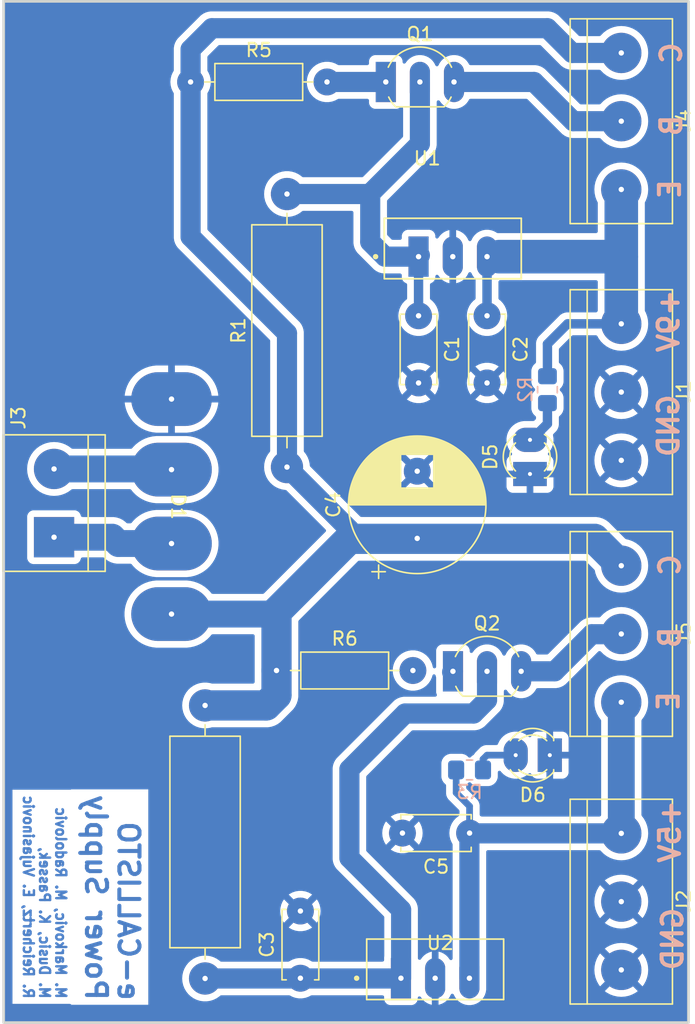
<source format=kicad_pcb>
(kicad_pcb (version 20240108) (generator "pcbnew") (generator_version "8.0")
  (layers (0 "F.Cu" signal) (31 "B.Cu" signal) (34 "B.Paste" user) (35 "F.Paste" user) (36 "B.SilkS" user "B.Silkscreen") (37 "F.SilkS" user "F.Silkscreen") (38 "B.Mask" user) (39 "F.Mask" user) (44 "Edge.Cuts" user))
  (net 0 "")
  (net 1 "GND")
  (net 2 "Net-(J1-Pin_1)")
  (net 3 "Net-(J2-Pin_1)")
  (net 4 "Net-(D5-A)")
  (net 5 "Net-(D6-A)")
  (net 6 "Net-(Q1-B)")
  (net 7 "Net-(Q2-B)")
  (net 8 "Net-(D1-+)")
  (net 9 "Net-(J3-Pin_2)")
  (net 10 "Net-(J3-Pin_1)")
  (net 11 "Net-(Q1-E)")
  (net 12 "Net-(Q2-E)")
  (net 13 "Net-(J4-Pin_2)")
  (net 14 "Net-(J5-Pin_2)")
  (footprint "Capacitor_THT:C_Disc_D5.0mm_W2.5mm_P5.00mm" (layer "F.Cu") (at 202.9 63.4 -90)
    (property "Reference" "C1" (at 2.5 -2.5 90) (layer "F.SilkS"))
    (property "Value" "470u")
    (fp_line (start -0.12 1.37) (end 5.12 1.37) (stroke (width 0.12)) (layer "F.SilkS"))
    (fp_line (start -0.12 1.055) (end -0.12 1.37) (stroke (width 0.12)) (layer "F.SilkS"))
    (fp_line (start 5.12 1.055) (end 5.12 1.37) (stroke (width 0.12)) (layer "F.SilkS"))
    (fp_line (start -0.12 -1.37) (end -0.12 -1.055) (stroke (width 0.12)) (layer "F.SilkS"))
    (fp_line (start -0.12 -1.37) (end 5.12 -1.37) (stroke (width 0.12)) (layer "F.SilkS"))
    (fp_line (start 5.12 -1.37) (end 5.12 -1.055) (stroke (width 0.12)) (layer "F.SilkS"))
    (pad "1" thru_hole circle (at 0 0 270) (size 2 2) (drill 0.4) (layers "*.Cu" "*.Mask") (net 6 "Net-(Q1-B)"))
    (pad "2" thru_hole circle (at 5 0 270) (size 2 2) (drill 0.4) (layers "*.Cu" "*.Mask") (net 1 "GND"))
  )
  (footprint "Capacitor_THT:C_Disc_D5.0mm_W2.5mm_P5.00mm" (layer "F.Cu") (at 194.1 112.7 90)
    (property "Reference" "C3" (at 2.5 -2.5 90) (layer "F.SilkS"))
    (property "Value" "470u")
    (fp_line (start 5.12 -1.37) (end 5.12 -1.055) (stroke (width 0.12)) (layer "F.SilkS"))
    (fp_line (start -0.12 -1.37) (end 5.12 -1.37) (stroke (width 0.12)) (layer "F.SilkS"))
    (fp_line (start -0.12 -1.37) (end -0.12 -1.055) (stroke (width 0.12)) (layer "F.SilkS"))
    (fp_line (start 5.12 1.055) (end 5.12 1.37) (stroke (width 0.12)) (layer "F.SilkS"))
    (fp_line (start -0.12 1.055) (end -0.12 1.37) (stroke (width 0.12)) (layer "F.SilkS"))
    (fp_line (start -0.12 1.37) (end 5.12 1.37) (stroke (width 0.12)) (layer "F.SilkS"))
    (pad "1" thru_hole circle (at 0 0 90) (size 2 2) (drill 0.4) (layers "*.Cu" "*.Mask") (net 7 "Net-(Q2-B)"))
    (pad "2" thru_hole circle (at 5 0 90) (size 2 2) (drill 0.4) (layers "*.Cu" "*.Mask") (net 1 "GND"))
  )
  (footprint "TerminalBlock:TerminalBlock_bornier-3_P5.08mm" (layer "F.Cu") (at 218 82 -90)
    (property "Reference" "J5" (at 5.05 -4.65 90) (layer "F.SilkS"))
    (property "Value" "5V_NPN")
    (fp_line (start -2.54 3.81) (end 12.7 3.81) (stroke (width 0.12)) (layer "F.SilkS"))
    (fp_line (start -2.54 3.81) (end -2.54 -3.81) (stroke (width 0.12)) (layer "F.SilkS"))
    (fp_line (start 12.7 3.81) (end 12.7 -3.81) (stroke (width 0.12)) (layer "F.SilkS"))
    (fp_line (start -2.54 2.54) (end 12.7 2.54) (stroke (width 0.12)) (layer "F.SilkS"))
    (fp_line (start -2.54 -3.81) (end 12.7 -3.81) (stroke (width 0.12)) (layer "F.SilkS"))
    (pad "1" thru_hole circle (at 0 0 270) (size 3 3) (drill 0.4) (layers "*.Cu" "*.Mask") (net 8 "Net-(D1-+)"))
    (pad "2" thru_hole circle (at 5.08 0 270) (size 3 3) (drill 0.4) (layers "*.Cu" "*.Mask") (net 14 "Net-(J5-Pin_2)"))
    (pad "3" thru_hole circle (at 10.16 0 270) (size 3 3) (drill 0.4) (layers "*.Cu" "*.Mask") (net 3 "Net-(J2-Pin_1)"))
  )
  (footprint "7805:7805" (layer "F.Cu") (at 204.1375 112.0375)
    (property "Reference" "U2" (at 0.375 -1.96 0) (layer "F.SilkS"))
    (property "Value" "L7805" (hide yes))
    (fp_line (start -5.1 -2.25) (end 5.1 -2.25) (stroke (width 0.127)) (layer "F.SilkS"))
    (fp_line (start -5.1 2.25) (end -5.1 -2.25) (stroke (width 0.127)) (layer "F.SilkS"))
    (fp_line (start 5.1 -2.25) (end 5.1 2.25) (stroke (width 0.127)) (layer "F.SilkS"))
    (fp_line (start 5.1 2.25) (end -5.1 2.25) (stroke (width 0.127)) (layer "F.SilkS"))
    (fp_circle (center -5.85 0.6625) (end -5.75 0.6625) (stroke (width 0.2)) (fill none) (layer "F.SilkS"))
    (pad "1" thru_hole rect (at -2.55 0.6625) (size 1.5 3) (drill 0.4) (layers "*.Cu" "*.Mask") (net 7 "Net-(Q2-B)"))
    (pad "2" thru_hole oval (at 0 0.6625) (size 1.5 3) (drill 0.4) (layers "*.Cu" "*.Mask") (net 1 "GND"))
    (pad "3" thru_hole oval (at 2.55 0.6625) (size 1.5 3) (drill 0.4) (layers "*.Cu" "*.Mask") (net 3 "Net-(J2-Pin_1)"))
  )
  (footprint "L7809:L7809" (layer "F.Cu") (at 205.45 59)
    (property "Reference" "U1" (at -1.905 -7.31 0) (layer "F.SilkS"))
    (property "Value" "L7809")
    (fp_line (start -5.1 -2.855) (end 5.1 -2.855) (stroke (width 0.127)) (layer "F.SilkS"))
    (fp_line (start -5.1 1.645) (end -5.1 -2.855) (stroke (width 0.127)) (layer "F.SilkS"))
    (fp_line (start 5.1 -2.855) (end 5.1 1.645) (stroke (width 0.127)) (layer "F.SilkS"))
    (fp_line (start 5.1 1.645) (end -5.1 1.645) (stroke (width 0.127)) (layer "F.SilkS"))
    (fp_circle (center -5.75 0) (end -5.65 0) (stroke (width 0.2)) (fill none) (layer "F.SilkS"))
    (pad "1" thru_hole rect (at -2.55 0) (size 1.5 3) (drill 0.4) (layers "*.Cu" "*.Mask") (net 6 "Net-(Q1-B)"))
    (pad "2" thru_hole oval (at 0 0) (size 1.5 3) (drill 0.4) (layers "*.Cu" "*.Mask") (net 1 "GND"))
    (pad "3" thru_hole oval (at 2.55 0) (size 1.5 3) (drill 0.4) (layers "*.Cu" "*.Mask") (net 2 "Net-(J1-Pin_1)"))
  )
  (footprint "LED_THT:LED_D3.0mm" (layer "F.Cu") (at 212.675 96.1 180)
    (property "Reference" "D6" (at 1.27 -2.96 0) (layer "F.SilkS"))
    (property "Value" "LED")
    (fp_line (start -0.29 1.08) (end -0.29 1.236) (stroke (width 0.12)) (layer "F.SilkS"))
    (fp_line (start -0.29 -1.236) (end -0.29 -1.08) (stroke (width 0.12)) (layer "F.SilkS"))
    (fp_arc (start 2.942335 1.078608) (mid 1.366487 1.987659) (end -0.29 1.235516) (stroke (width 0.12)) (layer "F.SilkS"))
    (fp_arc (start 2.31113 1.079837) (mid 1.270117 1.5) (end 0.229039 1.08) (stroke (width 0.12)) (layer "F.SilkS"))
    (fp_arc (start 0.229039 -1.08) (mid 1.270117 -1.5) (end 2.31113 -1.079837) (stroke (width 0.12)) (layer "F.SilkS"))
    (fp_arc (start -0.29 -1.235516) (mid 1.366487 -1.987659) (end 2.942335 -1.078608) (stroke (width 0.12)) (layer "F.SilkS"))
    (pad "1" thru_hole rect (at 0 0 180) (size 1.8 2.5) (drill 0.3) (layers "*.Cu" "*.Mask") (net 1 "GND"))
    (pad "2" thru_hole oval (at 2.54 0 180) (size 1.8 2.5) (drill 0.3) (layers "*.Cu" "*.Mask") (net 5 "Net-(D6-A)"))
  )
  (footprint "TerminalBlock:TerminalBlock_bornier-3_P5.08mm" (layer "F.Cu") (at 218 101.92 -90)
    (property "Reference" "J2" (at 5.05 -4.65 90) (layer "F.SilkS"))
    (property "Value" "5V")
    (fp_line (start -2.54 3.81) (end 12.7 3.81) (stroke (width 0.12)) (layer "F.SilkS"))
    (fp_line (start -2.54 3.81) (end -2.54 -3.81) (stroke (width 0.12)) (layer "F.SilkS"))
    (fp_line (start 12.7 3.81) (end 12.7 -3.81) (stroke (width 0.12)) (layer "F.SilkS"))
    (fp_line (start -2.54 2.54) (end 12.7 2.54) (stroke (width 0.12)) (layer "F.SilkS"))
    (fp_line (start -2.54 -3.81) (end 12.7 -3.81) (stroke (width 0.12)) (layer "F.SilkS"))
    (pad "1" thru_hole circle (at 0 0 270) (size 3 3) (drill 0.4) (layers "*.Cu" "*.Mask") (net 3 "Net-(J2-Pin_1)"))
    (pad "2" thru_hole circle (at 5.08 0 270) (size 3 3) (drill 0.4) (layers "*.Cu" "*.Mask") (net 1 "GND"))
    (pad "3" thru_hole circle (at 10.16 0 270) (size 3 3) (drill 0.4) (layers "*.Cu" "*.Mask") (net 1 "GND"))
  )
  (footprint "TerminalBlock:TerminalBlock_bornier-2_P5.08mm" (layer "F.Cu") (at 175.75 79.88 90)
    (property "Reference" "J3" (at 8.88 -2.65 90) (layer "F.SilkS"))
    (property "Value" "Screw_Terminal_01x02")
    (fp_line (start 7.62 -3.81) (end -2.54 -3.81) (stroke (width 0.12)) (layer "F.SilkS"))
    (fp_line (start -2.54 -3.81) (end -2.54 3.81) (stroke (width 0.12)) (layer "F.SilkS"))
    (fp_line (start 7.62 2.54) (end -2.54 2.54) (stroke (width 0.12)) (layer "F.SilkS"))
    (fp_line (start 7.62 3.81) (end 7.62 -3.81) (stroke (width 0.12)) (layer "F.SilkS"))
    (fp_line (start -2.54 3.81) (end 7.62 3.81) (stroke (width 0.12)) (layer "F.SilkS"))
    (pad "1" thru_hole rect (at 0 0 90) (size 3 3) (drill 0.4) (layers "*.Cu" "*.Mask") (net 10 "Net-(J3-Pin_1)"))
    (pad "2" thru_hole circle (at 5.08 0 90) (size 3 3) (drill 0.4) (layers "*.Cu" "*.Mask") (net 9 "Net-(J3-Pin_2)"))
  )
  (footprint "Resistor_THT:R_Axial_DIN0207_L6.3mm_D2.5mm_P10.16mm_Horizontal" (layer "F.Cu") (at 185.92 46)
    (property "Reference" "R5" (at 5.08 -2.37 0) (layer "F.SilkS"))
    (property "Value" "100")
    (fp_line (start 1.04 0) (end 1.81 0) (stroke (width 0.12)) (layer "F.SilkS"))
    (fp_line (start 1.81 -1.37) (end 1.81 1.37) (stroke (width 0.12)) (layer "F.SilkS"))
    (fp_line (start 1.81 1.37) (end 8.35 1.37) (stroke (width 0.12)) (layer "F.SilkS"))
    (fp_line (start 8.35 -1.37) (end 1.81 -1.37) (stroke (width 0.12)) (layer "F.SilkS"))
    (fp_line (start 8.35 1.37) (end 8.35 -1.37) (stroke (width 0.12)) (layer "F.SilkS"))
    (fp_line (start 9.12 0) (end 8.35 0) (stroke (width 0.12)) (layer "F.SilkS"))
    (pad "1" thru_hole circle (at 0 0) (size 2 2) (drill 0.4) (layers "*.Cu" "*.Mask") (net 8 "Net-(D1-+)"))
    (pad "2" thru_hole oval (at 10.16 0) (size 2 2) (drill 0.4) (layers "*.Cu" "*.Mask") (net 11 "Net-(Q1-E)"))
  )
  (footprint "Capacitor_THT:C_Disc_D5.0mm_W2.5mm_P5.00mm" (layer "F.Cu") (at 206.7 101.9 180)
    (property "Reference" "C5" (at 2.5 -2.5 0) (layer "F.SilkS"))
    (property "Value" "0.1u")
    (fp_line (start 5.12 1.055) (end 5.12 1.37) (stroke (width 0.12)) (layer "F.SilkS"))
    (fp_line (start 5.12 -1.37) (end 5.12 -1.055) (stroke (width 0.12)) (layer "F.SilkS"))
    (fp_line (start -0.12 1.37) (end 5.12 1.37) (stroke (width 0.12)) (layer "F.SilkS"))
    (fp_line (start -0.12 1.055) (end -0.12 1.37) (stroke (width 0.12)) (layer "F.SilkS"))
    (fp_line (start -0.12 -1.37) (end 5.12 -1.37) (stroke (width 0.12)) (layer "F.SilkS"))
    (fp_line (start -0.12 -1.37) (end -0.12 -1.055) (stroke (width 0.12)) (layer "F.SilkS"))
    (pad "1" thru_hole circle (at 0 0 180) (size 2 2) (drill 0.4) (layers "*.Cu" "*.Mask") (net 3 "Net-(J2-Pin_1)"))
    (pad "2" thru_hole circle (at 5 0 180) (size 2 2) (drill 0.4) (layers "*.Cu" "*.Mask") (net 1 "GND"))
  )
  (footprint "TerminalBlock:TerminalBlock_bornier-3_P5.08mm" (layer "F.Cu") (at 218 64 -90)
    (property "Reference" "J1" (at 5.05 -4.65 90) (layer "F.SilkS"))
    (property "Value" "9V")
    (fp_line (start -2.54 3.81) (end 12.7 3.81) (stroke (width 0.12)) (layer "F.SilkS"))
    (fp_line (start -2.54 3.81) (end -2.54 -3.81) (stroke (width 0.12)) (layer "F.SilkS"))
    (fp_line (start 12.7 3.81) (end 12.7 -3.81) (stroke (width 0.12)) (layer "F.SilkS"))
    (fp_line (start -2.54 2.54) (end 12.7 2.54) (stroke (width 0.12)) (layer "F.SilkS"))
    (fp_line (start -2.54 -3.81) (end 12.7 -3.81) (stroke (width 0.12)) (layer "F.SilkS"))
    (pad "1" thru_hole circle (at 0 0 270) (size 3 3) (drill 0.4) (layers "*.Cu" "*.Mask") (net 2 "Net-(J1-Pin_1)"))
    (pad "2" thru_hole circle (at 5.08 0 270) (size 3 3) (drill 0.4) (layers "*.Cu" "*.Mask") (net 1 "GND"))
    (pad "3" thru_hole circle (at 10.16 0 270) (size 3 3) (drill 0.4) (layers "*.Cu" "*.Mask") (net 1 "GND"))
  )
  (footprint "Package_TO_SOT_THT:TO-92_Inline_Wide" (layer "F.Cu") (at 205.46 89.86)
    (property "Reference" "Q2" (at 2.54 -3.56 0) (layer "F.SilkS"))
    (property "Value" "2N3906")
    (fp_line (start 0.74 1.85) (end 4.34 1.85) (stroke (width 0.12)) (layer "F.SilkS"))
    (fp_arc (start 0.1836 -1.098807) (mid 1.143021 -2.192817) (end 2.54 -2.6) (stroke (width 0.12)) (layer "F.SilkS"))
    (fp_arc (start 0.74 1.85) (mid 0.446097 1.509328) (end 0.215816 1.122795) (stroke (width 0.12)) (layer "F.SilkS"))
    (fp_arc (start 2.54 -2.6) (mid 3.936979 -2.192818) (end 4.8964 -1.098807) (stroke (width 0.12)) (layer "F.SilkS"))
    (fp_arc (start 4.864184 1.122795) (mid 4.633903 1.509328) (end 4.34 1.85) (stroke (width 0.12)) (layer "F.SilkS"))
    (pad "1" thru_hole rect (at 0 0) (size 1.5 3) (drill 0.4) (layers "*.Cu" "*.Mask") (net 12 "Net-(Q2-E)"))
    (pad "2" thru_hole oval (at 2.54 0) (size 1.5 3) (drill 0.4) (layers "*.Cu" "*.Mask") (net 7 "Net-(Q2-B)"))
    (pad "3" thru_hole oval (at 5.08 0) (size 1.5 3) (drill 0.4) (layers "*.Cu" "*.Mask") (net 14 "Net-(J5-Pin_2)"))
  )
  (footprint "Capacitor_THT:C_Disc_D5.0mm_W2.5mm_P5.00mm" (layer "F.Cu") (at 208 63.4 -90)
    (property "Reference" "C2" (at 2.5 -2.5 90) (layer "F.SilkS"))
    (property "Value" "0.1u")
    (fp_line (start -0.12 1.37) (end 5.12 1.37) (stroke (width 0.12)) (layer "F.SilkS"))
    (fp_line (start -0.12 1.055) (end -0.12 1.37) (stroke (width 0.12)) (layer "F.SilkS"))
    (fp_line (start 5.12 1.055) (end 5.12 1.37) (stroke (width 0.12)) (layer "F.SilkS"))
    (fp_line (start -0.12 -1.37) (end -0.12 -1.055) (stroke (width 0.12)) (layer "F.SilkS"))
    (fp_line (start -0.12 -1.37) (end 5.12 -1.37) (stroke (width 0.12)) (layer "F.SilkS"))
    (fp_line (start 5.12 -1.37) (end 5.12 -1.055) (stroke (width 0.12)) (layer "F.SilkS"))
    (pad "1" thru_hole circle (at 0 0 270) (size 2 2) (drill 0.4) (layers "*.Cu" "*.Mask") (net 2 "Net-(J1-Pin_1)"))
    (pad "2" thru_hole circle (at 5 0 270) (size 2 2) (drill 0.4) (layers "*.Cu" "*.Mask") (net 1 "GND"))
  )
  (footprint "TerminalBlock:TerminalBlock_bornier-3_P5.08mm" (layer "F.Cu") (at 218 43.84 -90)
    (property "Reference" "J4" (at 5.05 -4.65 90) (layer "F.SilkS"))
    (property "Value" "9V_NPN")
    (fp_line (start -2.54 3.81) (end 12.7 3.81) (stroke (width 0.12)) (layer "F.SilkS"))
    (fp_line (start -2.54 3.81) (end -2.54 -3.81) (stroke (width 0.12)) (layer "F.SilkS"))
    (fp_line (start 12.7 3.81) (end 12.7 -3.81) (stroke (width 0.12)) (layer "F.SilkS"))
    (fp_line (start -2.54 2.54) (end 12.7 2.54) (stroke (width 0.12)) (layer "F.SilkS"))
    (fp_line (start -2.54 -3.81) (end 12.7 -3.81) (stroke (width 0.12)) (layer "F.SilkS"))
    (pad "1" thru_hole circle (at 0 0 270) (size 3 3) (drill 0.4) (layers "*.Cu" "*.Mask") (net 8 "Net-(D1-+)"))
    (pad "2" thru_hole circle (at 5.08 0 270) (size 3 3) (drill 0.4) (layers "*.Cu" "*.Mask") (net 13 "Net-(J4-Pin_2)"))
    (pad "3" thru_hole circle (at 10.16 0 270) (size 3 3) (drill 0.4) (layers "*.Cu" "*.Mask") (net 2 "Net-(J1-Pin_1)"))
  )
  (footprint "Resistor_THT:R_Axial_DIN0516_L15.5mm_D5.0mm_P20.32mm_Horizontal" (layer "F.Cu") (at 187 92.4 -90)
    (property "Reference" "R4" (hide yes))
    (property "Value" "6.8")
    (fp_line (start 2.29 2.62) (end 18.03 2.62) (stroke (width 0.12)) (layer "F.SilkS"))
    (fp_line (start 18.03 2.62) (end 18.03 -2.62) (stroke (width 0.12)) (layer "F.SilkS"))
    (fp_line (start 1.44 0) (end 2.29 0) (stroke (width 0.12)) (layer "F.SilkS"))
    (fp_line (start 18.88 0) (end 18.03 0) (stroke (width 0.12)) (layer "F.SilkS"))
    (fp_line (start 2.29 -2.62) (end 2.29 2.62) (stroke (width 0.12)) (layer "F.SilkS"))
    (fp_line (start 18.03 -2.62) (end 2.29 -2.62) (stroke (width 0.12)) (layer "F.SilkS"))
    (pad "1" thru_hole circle (at 0 0 270) (size 2.4 2.4) (drill 0.4) (layers "*.Cu" "*.Mask") (net 8 "Net-(D1-+)"))
    (pad "2" thru_hole oval (at 20.32 0 270) (size 2.4 2.4) (drill 0.4) (layers "*.Cu" "*.Mask") (net 7 "Net-(Q2-B)"))
  )
  (footprint "PBL405:PBL405" (layer "F.Cu") (at 184.5 77.6 -90)
    (property "Reference" "D1" (at 0 -0.5 -90) (layer "F.SilkS"))
    (property "Value" "D_Bridge_-AA+")
    (pad "1" thru_hole oval (at -8 0 270) (size 4 6) (drill 0.4) (layers "*.Cu" "*.Mask") (net 1 "GND"))
    (pad "2" thru_hole oval (at -2.75 0 270) (size 4 6) (drill 0.4) (layers "*.Cu" "*.Mask") (net 9 "Net-(J3-Pin_2)"))
    (pad "3" thru_hole oval (at 2.75 0 270) (size 4 6) (drill 0.4) (layers "*.Cu" "*.Mask") (net 10 "Net-(J3-Pin_1)"))
    (pad "4" thru_hole oval (at 8 0 270) (size 4 6) (drill 0.4) (layers "*.Cu" "*.Mask") (net 8 "Net-(D1-+)"))
  )
  (footprint "Capacitor_THT:CP_Radial_D10.0mm_P5.00mm" (layer "F.Cu") (at 202.8 79.967677 90)
    (property "Reference" "C4" (at 2.5 -6.25 90) (layer "F.SilkS"))
    (property "Value" "5000u")
    (fp_line (start 2.58 -5.08) (end 2.58 5.08) (stroke (width 0.12)) (layer "F.SilkS"))
    (fp_line (start 2.54 -5.08) (end 2.54 5.08) (stroke (width 0.12)) (layer "F.SilkS"))
    (fp_line (start 2.5 -5.08) (end 2.5 5.08) (stroke (width 0.12)) (layer "F.SilkS"))
    (fp_line (start 2.62 -5.079) (end 2.62 5.079) (stroke (width 0.12)) (layer "F.SilkS"))
    (fp_line (start 2.66 -5.078) (end 2.66 5.078) (stroke (width 0.12)) (layer "F.SilkS"))
    (fp_line (start 2.7 -5.077) (end 2.7 5.077) (stroke (width 0.12)) (layer "F.SilkS"))
    (fp_line (start 2.74 -5.075) (end 2.74 5.075) (stroke (width 0.12)) (layer "F.SilkS"))
    (fp_line (start 2.78 -5.073) (end 2.78 5.073) (stroke (width 0.12)) (layer "F.SilkS"))
    (fp_line (start 2.82 -5.07) (end 2.82 5.07) (stroke (width 0.12)) (layer "F.SilkS"))
    (fp_line (start 2.86 -5.068) (end 2.86 5.068) (stroke (width 0.12)) (layer "F.SilkS"))
    (fp_line (start 2.9 -5.065) (end 2.9 5.065) (stroke (width 0.12)) (layer "F.SilkS"))
    (fp_line (start 2.94 -5.062) (end 2.94 5.062) (stroke (width 0.12)) (layer "F.SilkS"))
    (fp_line (start 2.98 -5.058) (end 2.98 5.058) (stroke (width 0.12)) (layer "F.SilkS"))
    (fp_line (start 3.02 -5.054) (end 3.02 5.054) (stroke (width 0.12)) (layer "F.SilkS"))
    (fp_line (start 3.06 -5.05) (end 3.06 5.05) (stroke (width 0.12)) (layer "F.SilkS"))
    (fp_line (start 3.1 -5.045) (end 3.1 5.045) (stroke (width 0.12)) (layer "F.SilkS"))
    (fp_line (start 3.14 -5.04) (end 3.14 5.04) (stroke (width 0.12)) (layer "F.SilkS"))
    (fp_line (start 3.18 -5.035) (end 3.18 5.035) (stroke (width 0.12)) (layer "F.SilkS"))
    (fp_line (start 3.221 -5.03) (end 3.221 5.03) (stroke (width 0.12)) (layer "F.SilkS"))
    (fp_line (start 3.261 -5.024) (end 3.261 5.024) (stroke (width 0.12)) (layer "F.SilkS"))
    (fp_line (start 3.301 -5.018) (end 3.301 5.018) (stroke (width 0.12)) (layer "F.SilkS"))
    (fp_line (start 3.341 -5.011) (end 3.341 5.011) (stroke (width 0.12)) (layer "F.SilkS"))
    (fp_line (start 3.381 -5.004) (end 3.381 5.004) (stroke (width 0.12)) (layer "F.SilkS"))
    (fp_line (start 3.421 -4.997) (end 3.421 4.997) (stroke (width 0.12)) (layer "F.SilkS"))
    (fp_line (start 3.461 -4.99) (end 3.461 4.99) (stroke (width 0.12)) (layer "F.SilkS"))
    (fp_line (start 3.501 -4.982) (end 3.501 4.982) (stroke (width 0.12)) (layer "F.SilkS"))
    (fp_line (start 3.541 -4.974) (end 3.541 4.974) (stroke (width 0.12)) (layer "F.SilkS"))
    (fp_line (start 3.581 -4.965) (end 3.581 4.965) (stroke (width 0.12)) (layer "F.SilkS"))
    (fp_line (start 3.621 -4.956) (end 3.621 4.956) (stroke (width 0.12)) (layer "F.SilkS"))
    (fp_line (start 3.661 -4.947) (end 3.661 4.947) (stroke (width 0.12)) (layer "F.SilkS"))
    (fp_line (start 3.701 -4.938) (end 3.701 4.938) (stroke (width 0.12)) (layer "F.SilkS"))
    (fp_line (start 3.741 -4.928) (end 3.741 4.928) (stroke (width 0.12)) (layer "F.SilkS"))
    (fp_line (start 3.781 -4.918) (end 3.781 -1.241) (stroke (width 0.12)) (layer "F.SilkS"))
    (fp_line (start 3.821 -4.907) (end 3.821 -1.241) (stroke (width 0.12)) (layer "F.SilkS"))
    (fp_line (start 3.861 -4.897) (end 3.861 -1.241) (stroke (width 0.12)) (layer "F.SilkS"))
    (fp_line (start 3.901 -4.885) (end 3.901 -1.241) (stroke (width 0.12)) (layer "F.SilkS"))
    (fp_line (start 3.941 -4.874) (end 3.941 -1.241) (stroke (width 0.12)) (layer "F.SilkS"))
    (fp_line (start 3.981 -4.862) (end 3.981 -1.241) (stroke (width 0.12)) (layer "F.SilkS"))
    (fp_line (start 4.021 -4.85) (end 4.021 -1.241) (stroke (width 0.12)) (layer "F.SilkS"))
    (fp_line (start 4.061 -4.837) (end 4.061 -1.241) (stroke (width 0.12)) (layer "F.SilkS"))
    (fp_line (start 4.101 -4.824) (end 4.101 -1.241) (stroke (width 0.12)) (layer "F.SilkS"))
    (fp_line (start 4.141 -4.811) (end 4.141 -1.241) (stroke (width 0.12)) (layer "F.SilkS"))
    (fp_line (start 4.181 -4.797) (end 4.181 -1.241) (stroke (width 0.12)) (layer "F.SilkS"))
    (fp_line (start 4.221 -4.783) (end 4.221 -1.241) (stroke (width 0.12)) (layer "F.SilkS"))
    (fp_line (start 4.261 -4.768) (end 4.261 -1.241) (stroke (width 0.12)) (layer "F.SilkS"))
    (fp_line (start 4.301 -4.754) (end 4.301 -1.241) (stroke (width 0.12)) (layer "F.SilkS"))
    (fp_line (start 4.341 -4.738) (end 4.341 -1.241) (stroke (width 0.12)) (layer "F.SilkS"))
    (fp_line (start 4.381 -4.723) (end 4.381 -1.241) (stroke (width 0.12)) (layer "F.SilkS"))
    (fp_line (start 4.421 -4.707) (end 4.421 -1.241) (stroke (width 0.12)) (layer "F.SilkS"))
    (fp_line (start 4.461 -4.69) (end 4.461 -1.241) (stroke (width 0.12)) (layer "F.SilkS"))
    (fp_line (start 4.501 -4.674) (end 4.501 -1.241) (stroke (width 0.12)) (layer "F.SilkS"))
    (fp_line (start 4.541 -4.657) (end 4.541 -1.241) (stroke (width 0.12)) (layer "F.SilkS"))
    (fp_line (start 4.581 -4.639) (end 4.581 -1.241) (stroke (width 0.12)) (layer "F.SilkS"))
    (fp_line (start 4.621 -4.621) (end 4.621 -1.241) (stroke (width 0.12)) (layer "F.SilkS"))
    (fp_line (start 4.661 -4.603) (end 4.661 -1.241) (stroke (width 0.12)) (layer "F.SilkS"))
    (fp_line (start 4.701 -4.584) (end 4.701 -1.241) (stroke (width 0.12)) (layer "F.SilkS"))
    (fp_line (start 4.741 -4.564) (end 4.741 -1.241) (stroke (width 0.12)) (layer "F.SilkS"))
    (fp_line (start 4.781 -4.545) (end 4.781 -1.241) (stroke (width 0.12)) (layer "F.SilkS"))
    (fp_line (start 4.821 -4.525) (end 4.821 -1.241) (stroke (width 0.12)) (layer "F.SilkS"))
    (fp_line (start 4.861 -4.504) (end 4.861 -1.241) (stroke (width 0.12)) (layer "F.SilkS"))
    (fp_line (start 4.901 -4.483) (end 4.901 -1.241) (stroke (width 0.12)) (layer "F.SilkS"))
    (fp_line (start 4.941 -4.462) (end 4.941 -1.241) (stroke (width 0.12)) (layer "F.SilkS"))
    (fp_line (start 4.981 -4.44) (end 4.981 -1.241) (stroke (width 0.12)) (layer "F.SilkS"))
    (fp_line (start 5.021 -4.417) (end 5.021 -1.241) (stroke (width 0.12)) (layer "F.SilkS"))
    (fp_line (start 5.061 -4.395) (end 5.061 -1.241) (stroke (width 0.12)) (layer "F.SilkS"))
    (fp_line (start 5.101 -4.371) (end 5.101 -1.241) (stroke (width 0.12)) (layer "F.SilkS"))
    (fp_line (start 5.141 -4.347) (end 5.141 -1.241) (stroke (width 0.12)) (layer "F.SilkS"))
    (fp_line (start 5.181 -4.323) (end 5.181 -1.241) (stroke (width 0.12)) (layer "F.SilkS"))
    (fp_line (start 5.221 -4.298) (end 5.221 -1.241) (stroke (width 0.12)) (layer "F.SilkS"))
    (fp_line (start 5.261 -4.273) (end 5.261 -1.241) (stroke (width 0.12)) (layer "F.SilkS"))
    (fp_line (start 5.301 -4.247) (end 5.301 -1.241) (stroke (width 0.12)) (layer "F.SilkS"))
    (fp_line (start 5.341 -4.221) (end 5.341 -1.241) (stroke (width 0.12)) (layer "F.SilkS"))
    (fp_line (start 5.381 -4.194) (end 5.381 -1.241) (stroke (width 0.12)) (layer "F.SilkS"))
    (fp_line (start 5.421 -4.166) (end 5.421 -1.241) (stroke (width 0.12)) (layer "F.SilkS"))
    (fp_line (start 5.461 -4.138) (end 5.461 -1.241) (stroke (width 0.12)) (layer "F.SilkS"))
    (fp_line (start 5.501 -4.11) (end 5.501 -1.241) (stroke (width 0.12)) (layer "F.SilkS"))
    (fp_line (start 5.541 -4.08) (end 5.541 -1.241) (stroke (width 0.12)) (layer "F.SilkS"))
    (fp_line (start 5.581 -4.05) (end 5.581 -1.241) (stroke (width 0.12)) (layer "F.SilkS"))
    (fp_line (start 5.621 -4.02) (end 5.621 -1.241) (stroke (width 0.12)) (layer "F.SilkS"))
    (fp_line (start 5.661 -3.989) (end 5.661 -1.241) (stroke (width 0.12)) (layer "F.SilkS"))
    (fp_line (start 5.701 -3.957) (end 5.701 -1.241) (stroke (width 0.12)) (layer "F.SilkS"))
    (fp_line (start 5.741 -3.925) (end 5.741 -1.241) (stroke (width 0.12)) (layer "F.SilkS"))
    (fp_line (start 5.781 -3.892) (end 5.781 -1.241) (stroke (width 0.12)) (layer "F.SilkS"))
    (fp_line (start 5.821 -3.858) (end 5.821 -1.241) (stroke (width 0.12)) (layer "F.SilkS"))
    (fp_line (start 5.861 -3.824) (end 5.861 -1.241) (stroke (width 0.12)) (layer "F.SilkS"))
    (fp_line (start 5.901 -3.789) (end 5.901 -1.241) (stroke (width 0.12)) (layer "F.SilkS"))
    (fp_line (start 5.941 -3.753) (end 5.941 -1.241) (stroke (width 0.12)) (layer "F.SilkS"))
    (fp_line (start 5.981 -3.716) (end 5.981 -1.241) (stroke (width 0.12)) (layer "F.SilkS"))
    (fp_line (start 6.021 -3.679) (end 6.021 -1.241) (stroke (width 0.12)) (layer "F.SilkS"))
    (fp_line (start 6.061 -3.64) (end 6.061 -1.241) (stroke (width 0.12)) (layer "F.SilkS"))
    (fp_line (start 6.101 -3.601) (end 6.101 -1.241) (stroke (width 0.12)) (layer "F.SilkS"))
    (fp_line (start 6.141 -3.561) (end 6.141 -1.241) (stroke (width 0.12)) (layer "F.SilkS"))
    (fp_line (start 6.181 -3.52) (end 6.181 -1.241) (stroke (width 0.12)) (layer "F.SilkS"))
    (fp_line (start 6.221 -3.478) (end 6.221 -1.241) (stroke (width 0.12)) (layer "F.SilkS"))
    (fp_line (start 6.261 -3.436) (end 6.261 3.436) (stroke (width 0.12)) (layer "F.SilkS"))
    (fp_line (start 6.301 -3.392) (end 6.301 3.392) (stroke (width 0.12)) (layer "F.SilkS"))
    (fp_line (start -2.479646 -3.375) (end -2.479646 -2.375) (stroke (width 0.12)) (layer "F.SilkS"))
    (fp_line (start 6.341 -3.347) (end 6.341 3.347) (stroke (width 0.12)) (layer "F.SilkS"))
    (fp_line (start 6.381 -3.301) (end 6.381 3.301) (stroke (width 0.12)) (layer "F.SilkS"))
    (fp_line (start 6.421 -3.254) (end 6.421 3.254) (stroke (width 0.12)) (layer "F.SilkS"))
    (fp_line (start 6.461 -3.206) (end 6.461 3.206) (stroke (width 0.12)) (layer "F.SilkS"))
    (fp_line (start 6.501 -3.156) (end 6.501 3.156) (stroke (width 0.12)) (layer "F.SilkS"))
    (fp_line (start 6.541 -3.106) (end 6.541 3.106) (stroke (width 0.12)) (layer "F.SilkS"))
    (fp_line (start 6.581 -3.054) (end 6.581 3.054) (stroke (width 0.12)) (layer "F.SilkS"))
    (fp_line (start 6.621 -3) (end 6.621 3) (stroke (width 0.12)) (layer "F.SilkS"))
    (fp_line (start 6.661 -2.945) (end 6.661 2.945) (stroke (width 0.12)) (layer "F.SilkS"))
    (fp_line (start 6.701 -2.889) (end 6.701 2.889) (stroke (width 0.12)) (layer "F.SilkS"))
    (fp_line (start -2.979646 -2.875) (end -1.979646 -2.875) (stroke (width 0.12)) (layer "F.SilkS"))
    (fp_line (start 6.741 -2.83) (end 6.741 2.83) (stroke (width 0.12)) (layer "F.SilkS"))
    (fp_line (start 6.781 -2.77) (end 6.781 2.77) (stroke (width 0.12)) (layer "F.SilkS"))
    (fp_line (start 6.821 -2.709) (end 6.821 2.709) (stroke (width 0.12)) (layer "F.SilkS"))
    (fp_line (start 6.861 -2.645) (end 6.861 2.645) (stroke (width 0.12)) (layer "F.SilkS"))
    (fp_line (start 6.901 -2.579) (end 6.901 2.579) (stroke (width 0.12)) (layer "F.SilkS"))
    (fp_line (start 6.941 -2.51) (end 6.941 2.51) (stroke (width 0.12)) (layer "F.SilkS"))
    (fp_line (start 6.981 -2.439) (end 6.981 2.439) (stroke (width 0.12)) (layer "F.SilkS"))
    (fp_line (start 7.021 -2.365) (end 7.021 2.365) (stroke (width 0.12)) (layer "F.SilkS"))
    (fp_line (start 7.061 -2.289) (end 7.061 2.289) (stroke (width 0.12)) (layer "F.SilkS"))
    (fp_line (start 7.101 -2.209) (end 7.101 2.209) (stroke (width 0.12)) (layer "F.SilkS"))
    (fp_line (start 7.141 -2.125) (end 7.141 2.125) (stroke (width 0.12)) (layer "F.SilkS"))
    (fp_line (start 7.181 -2.037) (end 7.181 2.037) (stroke (width 0.12)) (layer "F.SilkS"))
    (fp_line (start 7.221 -1.944) (end 7.221 1.944) (stroke (width 0.12)) (layer "F.SilkS"))
    (fp_line (start 7.261 -1.846) (end 7.261 1.846) (stroke (width 0.12)) (layer "F.SilkS"))
    (fp_line (start 7.301 -1.742) (end 7.301 1.742) (stroke (width 0.12)) (layer "F.SilkS"))
    (fp_line (start 7.341 -1.63) (end 7.341 1.63) (stroke (width 0.12)) (layer "F.SilkS"))
    (fp_line (start 7.381 -1.51) (end 7.381 1.51) (stroke (width 0.12)) (layer "F.SilkS"))
    (fp_line (start 7.421 -1.378) (end 7.421 1.378) (stroke (width 0.12)) (layer "F.SilkS"))
    (fp_line (start 7.461 -1.23) (end 7.461 1.23) (stroke (width 0.12)) (layer "F.SilkS"))
    (fp_line (start 7.501 -1.062) (end 7.501 1.062) (stroke (width 0.12)) (layer "F.SilkS"))
    (fp_line (start 7.541 -0.862) (end 7.541 0.862) (stroke (width 0.12)) (layer "F.SilkS"))
    (fp_line (start 7.581 -0.599) (end 7.581 0.599) (stroke (width 0.12)) (layer "F.SilkS"))
    (fp_line (start 6.221 1.241) (end 6.221 3.478) (stroke (width 0.12)) (layer "F.SilkS"))
    (fp_line (start 6.181 1.241) (end 6.181 3.52) (stroke (width 0.12)) (layer "F.SilkS"))
    (fp_line (start 6.141 1.241) (end 6.141 3.561) (stroke (width 0.12)) (layer "F.SilkS"))
    (fp_line (start 6.101 1.241) (end 6.101 3.601) (stroke (width 0.12)) (layer "F.SilkS"))
    (fp_line (start 6.061 1.241) (end 6.061 3.64) (stroke (width 0.12)) (layer "F.SilkS"))
    (fp_line (start 6.021 1.241) (end 6.021 3.679) (stroke (width 0.12)) (layer "F.SilkS"))
    (fp_line (start 5.981 1.241) (end 5.981 3.716) (stroke (width 0.12)) (layer "F.SilkS"))
    (fp_line (start 5.941 1.241) (end 5.941 3.753) (stroke (width 0.12)) (layer "F.SilkS"))
    (fp_line (start 5.901 1.241) (end 5.901 3.789) (stroke (width 0.12)) (layer "F.SilkS"))
    (fp_line (start 5.861 1.241) (end 5.861 3.824) (stroke (width 0.12)) (layer "F.SilkS"))
    (fp_line (start 5.821 1.241) (end 5.821 3.858) (stroke (width 0.12)) (layer "F.SilkS"))
    (fp_line (start 5.781 1.241) (end 5.781 3.892) (stroke (width 0.12)) (layer "F.SilkS"))
    (fp_line (start 5.741 1.241) (end 5.741 3.925) (stroke (width 0.12)) (layer "F.SilkS"))
    (fp_line (start 5.701 1.241) (end 5.701 3.957) (stroke (width 0.12)) (layer "F.SilkS"))
    (fp_line (start 5.661 1.241) (end 5.661 3.989) (stroke (width 0.12)) (layer "F.SilkS"))
    (fp_line (start 5.621 1.241) (end 5.621 4.02) (stroke (width 0.12)) (layer "F.SilkS"))
    (fp_line (start 5.581 1.241) (end 5.581 4.05) (stroke (width 0.12)) (layer "F.SilkS"))
    (fp_line (start 5.541 1.241) (end 5.541 4.08) (stroke (width 0.12)) (layer "F.SilkS"))
    (fp_line (start 5.501 1.241) (end 5.501 4.11) (stroke (width 0.12)) (layer "F.SilkS"))
    (fp_line (start 5.461 1.241) (end 5.461 4.138) (stroke (width 0.12)) (layer "F.SilkS"))
    (fp_line (start 5.421 1.241) (end 5.421 4.166) (stroke (width 0.12)) (layer "F.SilkS"))
    (fp_line (start 5.381 1.241) (end 5.381 4.194) (stroke (width 0.12)) (layer "F.SilkS"))
    (fp_line (start 5.341 1.241) (end 5.341 4.221) (stroke (width 0.12)) (layer "F.SilkS"))
    (fp_line (start 5.301 1.241) (end 5.301 4.247) (stroke (width 0.12)) (layer "F.SilkS"))
    (fp_line (start 5.261 1.241) (end 5.261 4.273) (stroke (width 0.12)) (layer "F.SilkS"))
    (fp_line (start 5.221 1.241) (end 5.221 4.298) (stroke (width 0.12)) (layer "F.SilkS"))
    (fp_line (start 5.181 1.241) (end 5.181 4.323) (stroke (width 0.12)) (layer "F.SilkS"))
    (fp_line (start 5.141 1.241) (end 5.141 4.347) (stroke (width 0.12)) (layer "F.SilkS"))
    (fp_line (start 5.101 1.241) (end 5.101 4.371) (stroke (width 0.12)) (layer "F.SilkS"))
    (fp_line (start 5.061 1.241) (end 5.061 4.395) (stroke (width 0.12)) (layer "F.SilkS"))
    (fp_line (start 5.021 1.241) (end 5.021 4.417) (stroke (width 0.12)) (layer "F.SilkS"))
    (fp_line (start 4.981 1.241) (end 4.981 4.44) (stroke (width 0.12)) (layer "F.SilkS"))
    (fp_line (start 4.941 1.241) (end 4.941 4.462) (stroke (width 0.12)) (layer "F.SilkS"))
    (fp_line (start 4.901 1.241) (end 4.901 4.483) (stroke (width 0.12)) (layer "F.SilkS"))
    (fp_line (start 4.861 1.241) (end 4.861 4.504) (stroke (width 0.12)) (layer "F.SilkS"))
    (fp_line (start 4.821 1.241) (end 4.821 4.525) (stroke (width 0.12)) (layer "F.SilkS"))
    (fp_line (start 4.781 1.241) (end 4.781 4.545) (stroke (width 0.12)) (layer "F.SilkS"))
    (fp_line (start 4.741 1.241) (end 4.741 4.564) (stroke (width 0.12)) (layer "F.SilkS"))
    (fp_line (start 4.701 1.241) (end 4.701 4.584) (stroke (width 0.12)) (layer "F.SilkS"))
    (fp_line (start 4.661 1.241) (end 4.661 4.603) (stroke (width 0.12)) (layer "F.SilkS"))
    (fp_line (start 4.621 1.241) (end 4.621 4.621) (stroke (width 0.12)) (layer "F.SilkS"))
    (fp_line (start 4.581 1.241) (end 4.581 4.639) (stroke (width 0.12)) (layer "F.SilkS"))
    (fp_line (start 4.541 1.241) (end 4.541 4.657) (stroke (width 0.12)) (layer "F.SilkS"))
    (fp_line (start 4.501 1.241) (end 4.501 4.674) (stroke (width 0.12)) (layer "F.SilkS"))
    (fp_line (start 4.461 1.241) (end 4.461 4.69) (stroke (width 0.12)) (layer "F.SilkS"))
    (fp_line (start 4.421 1.241) (end 4.421 4.707) (stroke (width 0.12)) (layer "F.SilkS"))
    (fp_line (start 4.381 1.241) (end 4.381 4.723) (stroke (width 0.12)) (layer "F.SilkS"))
    (fp_line (start 4.341 1.241) (end 4.341 4.738) (stroke (width 0.12)) (layer "F.SilkS"))
    (fp_line (start 4.301 1.241) (end 4.301 4.754) (stroke (width 0.12)) (layer "F.SilkS"))
    (fp_line (start 4.261 1.241) (end 4.261 4.768) (stroke (width 0.12)) (layer "F.SilkS"))
    (fp_line (start 4.221 1.241) (end 4.221 4.783) (stroke (width 0.12)) (layer "F.SilkS"))
    (fp_line (start 4.181 1.241) (end 4.181 4.797) (stroke (width 0.12)) (layer "F.SilkS"))
    (fp_line (start 4.141 1.241) (end 4.141 4.811) (stroke (width 0.12)) (layer "F.SilkS"))
    (fp_line (start 4.101 1.241) (end 4.101 4.824) (stroke (width 0.12)) (layer "F.SilkS"))
    (fp_line (start 4.061 1.241) (end 4.061 4.837) (stroke (width 0.12)) (layer "F.SilkS"))
    (fp_line (start 4.021 1.241) (end 4.021 4.85) (stroke (width 0.12)) (layer "F.SilkS"))
    (fp_line (start 3.981 1.241) (end 3.981 4.862) (stroke (width 0.12)) (layer "F.SilkS"))
    (fp_line (start 3.941 1.241) (end 3.941 4.874) (stroke (width 0.12)) (layer "F.SilkS"))
    (fp_line (start 3.901 1.241) (end 3.901 4.885) (stroke (width 0.12)) (layer "F.SilkS"))
    (fp_line (start 3.861 1.241) (end 3.861 4.897) (stroke (width 0.12)) (layer "F.SilkS"))
    (fp_line (start 3.821 1.241) (end 3.821 4.907) (stroke (width 0.12)) (layer "F.SilkS"))
    (fp_line (start 3.781 1.241) (end 3.781 4.918) (stroke (width 0.12)) (layer "F.SilkS"))
    (fp_circle (center 2.5 0) (end 7.62 0) (stroke (width 0.12)) (fill none) (layer "F.SilkS"))
    (pad "1" thru_hole rect (at 0 0 90) (size 2 2) (drill 0.4) (layers "*.Cu" "*.Mask") (net 8 "Net-(D1-+)"))
    (pad "2" thru_hole circle (at 5 0 90) (size 2 2) (drill 0.4) (layers "*.Cu" "*.Mask") (net 1 "GND"))
  )
  (footprint "Package_TO_SOT_THT:TO-92_Inline_Wide" (layer "F.Cu") (at 200.46 46)
    (property "Reference" "Q1" (at 2.54 -3.56 0) (layer "F.SilkS"))
    (property "Value" "2N3906")
    (fp_line (start 0.74 1.85) (end 4.34 1.85) (stroke (width 0.12)) (layer "F.SilkS"))
    (fp_arc (start 0.1836 -1.098807) (mid 1.143021 -2.192817) (end 2.54 -2.6) (stroke (width 0.12)) (layer "F.SilkS"))
    (fp_arc (start 0.74 1.85) (mid 0.446097 1.509328) (end 0.215816 1.122795) (stroke (width 0.12)) (layer "F.SilkS"))
    (fp_arc (start 2.54 -2.6) (mid 3.936979 -2.192818) (end 4.8964 -1.098807) (stroke (width 0.12)) (layer "F.SilkS"))
    (fp_arc (start 4.864184 1.122795) (mid 4.633903 1.509328) (end 4.34 1.85) (stroke (width 0.12)) (layer "F.SilkS"))
    (pad "1" thru_hole rect (at 0 0) (size 1.5 3) (drill 0.4) (layers "*.Cu" "*.Mask") (net 11 "Net-(Q1-E)"))
    (pad "2" thru_hole oval (at 2.54 0) (size 1.5 3) (drill 0.4) (layers "*.Cu" "*.Mask") (net 6 "Net-(Q1-B)"))
    (pad "3" thru_hole oval (at 5.08 0) (size 1.5 3) (drill 0.4) (layers "*.Cu" "*.Mask") (net 13 "Net-(J4-Pin_2)"))
  )
  (footprint "Resistor_THT:R_Axial_DIN0516_L15.5mm_D5.0mm_P20.32mm_Horizontal" (layer "F.Cu") (at 193.1 74.66 90)
    (property "Reference" "R1" (at 10.16 -3.62 90) (layer "F.SilkS"))
    (property "Value" "6.8")
    (fp_line (start 18.03 -2.62) (end 2.29 -2.62) (stroke (width 0.12)) (layer "F.SilkS"))
    (fp_line (start 2.29 -2.62) (end 2.29 2.62) (stroke (width 0.12)) (layer "F.SilkS"))
    (fp_line (start 18.88 0) (end 18.03 0) (stroke (width 0.12)) (layer "F.SilkS"))
    (fp_line (start 1.44 0) (end 2.29 0) (stroke (width 0.12)) (layer "F.SilkS"))
    (fp_line (start 18.03 2.62) (end 18.03 -2.62) (stroke (width 0.12)) (layer "F.SilkS"))
    (fp_line (start 2.29 2.62) (end 18.03 2.62) (stroke (width 0.12)) (layer "F.SilkS"))
    (pad "1" thru_hole circle (at 0 0 90) (size 2.4 2.4) (drill 0.4) (layers "*.Cu" "*.Mask") (net 8 "Net-(D1-+)"))
    (pad "2" thru_hole oval (at 20.32 0 90) (size 2.4 2.4) (drill 0.4) (layers "*.Cu" "*.Mask") (net 6 "Net-(Q1-B)"))
  )
  (footprint "LED_THT:LED_D3.0mm" (layer "F.Cu") (at 211.2 75.175 90)
    (property "Reference" "D5" (at 1.27 -2.96 90) (layer "F.SilkS"))
    (property "Value" "LED")
    (fp_line (start -0.29 -1.236) (end -0.29 -1.08) (stroke (width 0.12)) (layer "F.SilkS"))
    (fp_line (start -0.29 1.08) (end -0.29 1.236) (stroke (width 0.12)) (layer "F.SilkS"))
    (fp_arc (start -0.29 -1.235516) (mid 1.366487 -1.987659) (end 2.942335 -1.078608) (stroke (width 0.12)) (layer "F.SilkS"))
    (fp_arc (start 0.229039 -1.08) (mid 1.270117 -1.5) (end 2.31113 -1.079837) (stroke (width 0.12)) (layer "F.SilkS"))
    (fp_arc (start 2.942335 1.078608) (mid 1.366487 1.987659) (end -0.29 1.235516) (stroke (width 0.12)) (layer "F.SilkS"))
    (fp_arc (start 2.31113 1.079837) (mid 1.270117 1.5) (end 0.229039 1.08) (stroke (width 0.12)) (layer "F.SilkS"))
    (pad "1" thru_hole rect (at 0 0 90) (size 1.8 2.5) (drill 0.3) (layers "*.Cu" "*.Mask") (net 1 "GND"))
    (pad "2" thru_hole oval (at 2.54 0 90) (size 1.8 2.5) (drill 0.3) (layers "*.Cu" "*.Mask") (net 4 "Net-(D5-A)"))
  )
  (footprint "Resistor_THT:R_Axial_DIN0207_L6.3mm_D2.5mm_P10.16mm_Horizontal" (layer "F.Cu") (at 192.32 89.8)
    (property "Reference" "R6" (at 5.08 -2.37 0) (layer "F.SilkS"))
    (property "Value" "100")
    (fp_line (start 1.04 0) (end 1.81 0) (stroke (width 0.12)) (layer "F.SilkS"))
    (fp_line (start 1.81 -1.37) (end 1.81 1.37) (stroke (width 0.12)) (layer "F.SilkS"))
    (fp_line (start 1.81 1.37) (end 8.35 1.37) (stroke (width 0.12)) (layer "F.SilkS"))
    (fp_line (start 8.35 -1.37) (end 1.81 -1.37) (stroke (width 0.12)) (layer "F.SilkS"))
    (fp_line (start 8.35 1.37) (end 8.35 -1.37) (stroke (width 0.12)) (layer "F.SilkS"))
    (fp_line (start 9.12 0) (end 8.35 0) (stroke (width 0.12)) (layer "F.SilkS"))
    (pad "1" thru_hole circle (at 0 0) (size 2 2) (drill 0.4) (layers "*.Cu" "*.Mask") (net 8 "Net-(D1-+)"))
    (pad "2" thru_hole circle (at 10.16 0) (size 2 2) (drill 0.4) (layers "*.Cu" "*.Mask") (net 12 "Net-(Q2-E)"))
  )
  (footprint "Resistor_SMD:R_0805_2012Metric_Pad1.20x1.40mm_HandSolder" (layer "B.Cu") (at 212.5 68.9 -90)
    (property "Reference" "R2" (at 0 1.65 90) (layer "B.SilkS") (effects (justify mirror)))
    (property "Value" "1000")
    (fp_line (start -0.227064 0.735) (end 0.227064 0.735) (stroke (width 0.12)) (layer "B.SilkS"))
    (fp_line (start -0.227064 -0.735) (end 0.227064 -0.735) (stroke (width 0.12)) (layer "B.SilkS"))
    (pad "1" smd roundrect (at -1 0 270) (size 1.2 1.4) (layers "B.Cu" "B.Paste" "B.Mask") (roundrect_rratio 0.208333) (net 2 "Net-(J1-Pin_1)"))
    (pad "2" smd roundrect (at 1 0 270) (size 1.2 1.4) (layers "B.Cu" "B.Paste" "B.Mask") (roundrect_rratio 0.208333) (net 4 "Net-(D5-A)"))
  )
  (footprint "Resistor_SMD:R_0805_2012Metric_Pad1.20x1.40mm_HandSolder" (layer "B.Cu") (at 206.7 97.2)
    (property "Reference" "R3" (at 0 1.65 0) (layer "B.SilkS") (effects (justify mirror)))
    (property "Value" "1000")
    (fp_line (start -0.227064 -0.735) (end 0.227064 -0.735) (stroke (width 0.12)) (layer "B.SilkS"))
    (fp_line (start -0.227064 0.735) (end 0.227064 0.735) (stroke (width 0.12)) (layer "B.SilkS"))
    (pad "1" smd roundrect (at -1 0) (size 1.2 1.4) (layers "B.Cu" "B.Paste" "B.Mask") (roundrect_rratio 0.208333) (net 3 "Net-(J2-Pin_1)"))
    (pad "2" smd roundrect (at 1 0) (size 1.2 1.4) (layers "B.Cu" "B.Paste" "B.Mask") (roundrect_rratio 0.208333) (net 5 "Net-(D6-A)"))
  )
  (gr_rect (start 172 40) (end 223 116) (stroke (width 0.2)) (fill none) (layer "Edge.Cuts"))
  (gr_text "M. Markovic, M. Radolovic\nM. Dusic, K. Passek,\nR. Reichertz, E. Vujasinovic" (at 173.4 114.3 270) (layer "B.Cu") (effects (font (size 0.75 0.72) (thickness 0.18) (bold yes)) (justify left bottom mirror)))
  (gr_text "e-CALLISTO\nPower Supply" (at 178 114.5 -90) (layer "B.Cu") (effects (font (size 1.5 1.5) (thickness 0.3) (bold yes)) (justify left bottom mirror)))
  (gr_text "GND" (at 222.4 69.1 90) (layer "B.SilkS") (effects (font (size 1.5 1.5) (thickness 0.3) (bold yes)) (justify left bottom mirror)))
  (gr_text "E\n" (at 222.4 91.2 90) (layer "B.SilkS") (effects (font (size 1.5 1.5) (thickness 0.3) (bold yes)) (justify left bottom mirror)))
  (gr_text "GND" (at 222.7 107.3 90) (layer "B.SilkS") (effects (font (size 1.5 1.5) (thickness 0.3) (bold yes)) (justify left bottom mirror)))
  (gr_text "C" (at 222.6 42.9 90) (layer "B.SilkS") (effects (font (size 1.5 1.5) (thickness 0.3) (bold yes)) (justify left bottom mirror)))
  (gr_text "+9V" (at 222.4 61.3 90) (layer "B.SilkS") (effects (font (size 1.5 1.5) (thickness 0.3) (bold yes)) (justify left bottom mirror)))
  (gr_text "C" (at 222.5 81 90) (layer "B.SilkS") (effects (font (size 1.5 1.5) (thickness 0.3) (bold yes)) (justify left bottom mirror)))
  (gr_text "B" (at 222.6 48.3 90) (layer "B.SilkS") (effects (font (size 1.5 1.5) (thickness 0.3) (bold yes)) (justify left bottom mirror)))
  (gr_text "B" (at 222.5 86.4 90) (layer "B.SilkS") (effects (font (size 1.5 1.5) (thickness 0.3) (bold yes)) (justify left bottom mirror)))
  (gr_text "E\n" (at 222.5 53.1 90) (layer "B.SilkS") (effects (font (size 1.5 1.5) (thickness 0.3) (bold yes)) (justify left bottom mirror)))
  (gr_text "+5V" (at 222.5 99.3 90) (layer "B.SilkS") (effects (font (size 1.5 1.5) (thickness 0.3) (bold yes)) (justify left bottom mirror)))
  (segment (start 212.5 65.5) (end 214 64) (width 0.7) (layer "B.Cu") (net 2))
  (segment (start 218 59) (end 218 64) (width 1.5) (layer "B.Cu") (net 2))
  (segment (start 208 63.4) (end 208 59) (width 0.7) (layer "B.Cu") (net 2))
  (segment (start 218 54) (end 218 64) (width 2.5) (layer "B.Cu") (net 2))
  (segment (start 214 64) (end 218 64) (width 0.7) (layer "B.Cu") (net 2))
  (segment (start 212.5 65.5) (end 212.5 67.9) (width 0.7) (layer "B.Cu") (net 2))
  (segment (start 208.9 59) (end 218 59) (width 2.5) (layer "B.Cu") (net 2))
  (segment (start 218 101.92) (end 206.72 101.92) (width 1.5) (layer "B.Cu") (net 3))
  (segment (start 206.7 99.9) (end 205.7 98.9) (width 0.5) (layer "B.Cu") (net 3))
  (segment (start 206.72 101.92) (end 206.7 101.9) (width 1.5) (layer "B.Cu") (net 3))
  (segment (start 206.6875 101.9125) (end 206.7 101.9) (width 0.5) (layer "B.Cu") (net 3))
  (segment (start 206.6875 112.7) (end 206.6875 101.9125) (width 1.5) (layer "B.Cu") (net 3))
  (segment (start 218 101.92) (end 218 92.16) (width 2) (layer "B.Cu") (net 3))
  (segment (start 205.7 98.9) (end 205.7 97.2) (width 0.5) (layer "B.Cu") (net 3))
  (segment (start 206.7 101.9) (end 206.7 99.9) (width 0.5) (layer "B.Cu") (net 3))
  (segment (start 212.5 71.435) (end 211.6 72.335) (width 0.7) (layer "B.Cu") (net 4))
  (segment (start 212.5 69.9) (end 212.5 71.435) (width 0.7) (layer "B.Cu") (net 4))
  (segment (start 207.7 97.2) (end 207.7 96.4) (width 0.5) (layer "B.Cu") (net 5))
  (segment (start 207.7 96.4) (end 208 96.1) (width 0.5) (layer "B.Cu") (net 5))
  (segment (start 208 96.1) (end 210.135 96.1) (width 0.5) (layer "B.Cu") (net 5))
  (segment (start 202.9 59) (end 202.9 63.4) (width 0.7) (layer "B.Cu") (net 6))
  (segment (start 193.1 54.34) (end 199.24 54.34) (width 1.5) (layer "B.Cu") (net 6))
  (segment (start 202.9 59) (end 200.4 59) (width 1.5) (layer "B.Cu") (net 6))
  (segment (start 203 58.9) (end 202.9 59) (width 1.5) (layer "B.Cu") (net 6))
  (segment (start 199.24 54.34) (end 199.3 54.4) (width 0.5) (layer "B.Cu") (net 6))
  (segment (start 200.4 59) (end 199.3 57.9) (width 1.5) (layer "B.Cu") (net 6))
  (segment (start 203 50.6) (end 203 46) (width 1.5) (layer "B.Cu") (net 6))
  (segment (start 199.3 54.4) (end 199.3 54.3) (width 1.5) (layer "B.Cu") (net 6))
  (segment (start 199.3 54.3) (end 203 50.6) (width 1.5) (layer "B.Cu") (net 6))
  (segment (start 199.3 57.9) (end 199.3 54.4) (width 1.5) (layer "B.Cu") (net 6))
  (segment (start 197.75 97.15) (end 197.75 103.75) (width 1.5) (layer "B.Cu") (net 7))
  (segment (start 201.6 112.6875) (end 201.5675 112.72) (width 0.5) (layer "B.Cu") (net 7))
  (segment (start 197.75 103.75) (end 201.6 107.6) (width 1.5) (layer "B.Cu") (net 7))
  (segment (start 208 92) (end 207 93) (width 1.5) (layer "B.Cu") (net 7))
  (segment (start 208 89.86) (end 208 92) (width 1.5) (layer "B.Cu") (net 7))
  (segment (start 187 112.72) (end 201.5675 112.72) (width 1.5) (layer "B.Cu") (net 7))
  (segment (start 201.5675 112.72) (end 201.5875 112.7) (width 0.5) (layer "B.Cu") (net 7))
  (segment (start 201.9 93) (end 197.75 97.15) (width 1.5) (layer "B.Cu") (net 7))
  (segment (start 201.6 107.6) (end 201.6 112.6875) (width 1.5) (layer "B.Cu") (net 7))
  (segment (start 207 93) (end 201.9 93) (width 1.5) (layer "B.Cu") (net 7))
  (segment (start 216 80) (end 218 82) (width 2.25) (layer "B.Cu") (net 8))
  (segment (start 193.1 74.66) (end 197.75 79.31) (width 1.5) (layer "B.Cu") (net 8))
  (segment (start 191.55 92.4) (end 192.32 91.63) (width 2.25) (layer "B.Cu") (net 8))
  (segment (start 184.5 85.6) (end 192.15 85.6) (width 2) (layer "B.Cu") (net 8))
  (segment (start 197.75 79.31) (end 197.75 80) (width 1.5) (layer "B.Cu") (net 8))
  (segment (start 214.34 43.84) (end 218 43.84) (width 1.5) (layer "B.Cu") (net 8))
  (segment (start 192.15 85.6) (end 192.32 85.43) (width 0.5) (layer "B.Cu") (net 8))
  (segment (start 185.92 46) (end 185.92 43.58) (width 1.5) (layer "B.Cu") (net 8))
  (segment (start 185.92 43.58) (end 187.5 42) (width 1.5) (layer "B.Cu") (net 8))
  (segment (start 185.92 57.52) (end 193.1 64.7) (width 1.5) (layer "B.Cu") (net 8))
  (segment (start 187.5 42) (end 212.5 42) (width 1.5) (layer "B.Cu") (net 8))
  (segment (start 192.32 89.8) (end 192.32 85.43) (width 2.25) (layer "B.Cu") (net 8))
  (segment (start 193.1 64.7) (end 193.1 74.66) (width 1.5) (layer "B.Cu") (net 8))
  (segment (start 192.32 91.63) (end 192.32 89.8) (width 2.25) (layer "B.Cu") (net 8))
  (segment (start 187 92.4) (end 191.55 92.4) (width 2.25) (layer "B.Cu") (net 8))
  (segment (start 192.32 85.43) (end 197.75 80) (width 2.25) (layer "B.Cu") (net 8))
  (segment (start 185.92 46) (end 185.92 57.52) (width 1.5) (layer "B.Cu") (net 8))
  (segment (start 197.75 80) (end 216 80) (width 2.25) (layer "B.Cu") (net 8))
  (segment (start 212.5 42) (end 214.34 43.84) (width 1.5) (layer "B.Cu") (net 8))
  (segment (start 184.45 74.8) (end 184.5 74.85) (width 0.5) (layer "B.Cu") (net 9))
  (segment (start 175.75 74.8) (end 184.45 74.8) (width 2) (layer "B.Cu") (net 9))
  (segment (start 186.64 74.86) (end 187 74.5) (width 0.5) (layer "B.Cu") (net 9))
  (segment (start 180.55 80.35) (end 180.08 79.88) (width 2) (layer "B.Cu") (net 10))
  (segment (start 180.08 79.88) (end 175.75 79.88) (width 2) (layer "B.Cu") (net 10))
  (segment (start 186.94 79.94) (end 187 80) (width 0.5) (layer "B.Cu") (net 10))
  (segment (start 184.5 80.35) (end 180.55 80.35) (width 2) (layer "B.Cu") (net 10))
  (segment (start 196.08 46) (end 200.46 46) (width 1.5) (layer "B.Cu") (net 11))
  (segment (start 205.4 89.92) (end 205.46 89.86) (width 1.5) (layer "B.Cu") (net 12))
  (segment (start 211.5 46) (end 205.54 46) (width 1.5) (layer "B.Cu") (net 13))
  (segment (start 214.42 48.92) (end 211.5 46) (width 1.5) (layer "B.Cu") (net 13))
  (segment (start 218 48.92) (end 214.42 48.92) (width 1.5) (layer "B.Cu") (net 13))
  (segment (start 210.54 89.86) (end 213.04 89.86) (width 1.5) (layer "B.Cu") (net 14))
  (segment (start 215.8 87.1) (end 217.98 87.1) (width 1.5) (layer "B.Cu") (net 14))
  (segment (start 213.04 89.86) (end 215.8 87.1) (width 1.5) (layer "B.Cu") (net 14))
  (segment (start 217.98 87.1) (end 218 87.08) (width 1.5) (layer "B.Cu") (net 14))
  (zone (net 1) (net_name "GND") (layer "B.Cu") (connect_pads (clearance 0.5)) (min_thickness 0.25) (fill yes (thermal_gap 0.5) (thermal_bridge_width 0.5))
    (polygon (pts (xy 172 40) (xy 223 40) (xy 223 116) (xy 172 116)))
  )
)
</source>
